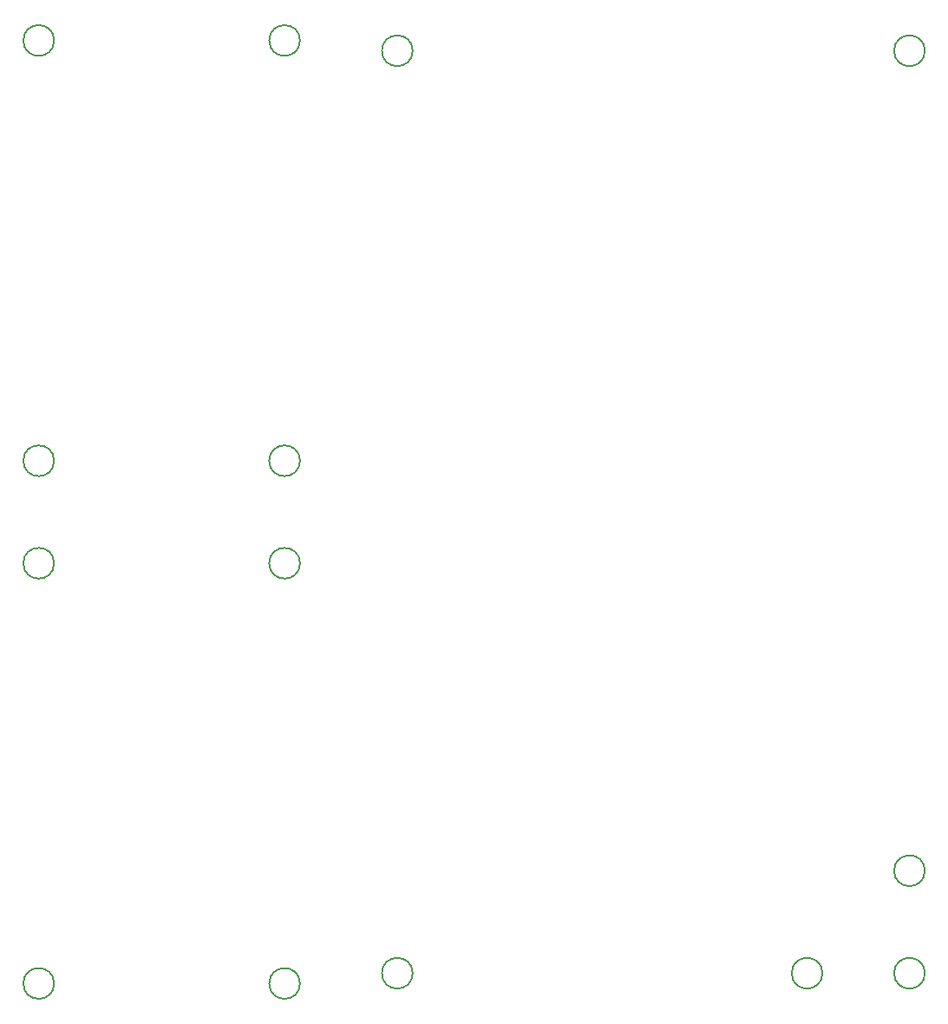
<source format=gbr>
%TF.GenerationSoftware,KiCad,Pcbnew,7.0.9*%
%TF.CreationDate,2023-12-08T23:53:58+01:00*%
%TF.ProjectId,SMPS_V1_data,534d5053-5f56-4315-9f64-6174612e6b69,rev?*%
%TF.SameCoordinates,Original*%
%TF.FileFunction,Other,Comment*%
%FSLAX46Y46*%
G04 Gerber Fmt 4.6, Leading zero omitted, Abs format (unit mm)*
G04 Created by KiCad (PCBNEW 7.0.9) date 2023-12-08 23:53:58*
%MOMM*%
%LPD*%
G01*
G04 APERTURE LIST*
%ADD10C,0.150000*%
G04 APERTURE END LIST*
D10*
X100500000Y-90000000D02*
G75*
G03*
X100500000Y-90000000I-1500000J0D01*
G01*
X111500000Y-40000000D02*
G75*
G03*
X111500000Y-40000000I-1500000J0D01*
G01*
X100500000Y-131000000D02*
G75*
G03*
X100500000Y-131000000I-1500000J0D01*
G01*
X76500000Y-39000000D02*
G75*
G03*
X76500000Y-39000000I-1500000J0D01*
G01*
X161500000Y-130000000D02*
G75*
G03*
X161500000Y-130000000I-1500000J0D01*
G01*
X161500000Y-120000000D02*
G75*
G03*
X161500000Y-120000000I-1500000J0D01*
G01*
X111500000Y-130000000D02*
G75*
G03*
X111500000Y-130000000I-1500000J0D01*
G01*
X76500000Y-80000000D02*
G75*
G03*
X76500000Y-80000000I-1500000J0D01*
G01*
X161500000Y-40000000D02*
G75*
G03*
X161500000Y-40000000I-1500000J0D01*
G01*
X151500000Y-130000000D02*
G75*
G03*
X151500000Y-130000000I-1500000J0D01*
G01*
X100500000Y-80000000D02*
G75*
G03*
X100500000Y-80000000I-1500000J0D01*
G01*
X76500000Y-131000000D02*
G75*
G03*
X76500000Y-131000000I-1500000J0D01*
G01*
X100500000Y-39000000D02*
G75*
G03*
X100500000Y-39000000I-1500000J0D01*
G01*
X76500000Y-90000000D02*
G75*
G03*
X76500000Y-90000000I-1500000J0D01*
G01*
M02*

</source>
